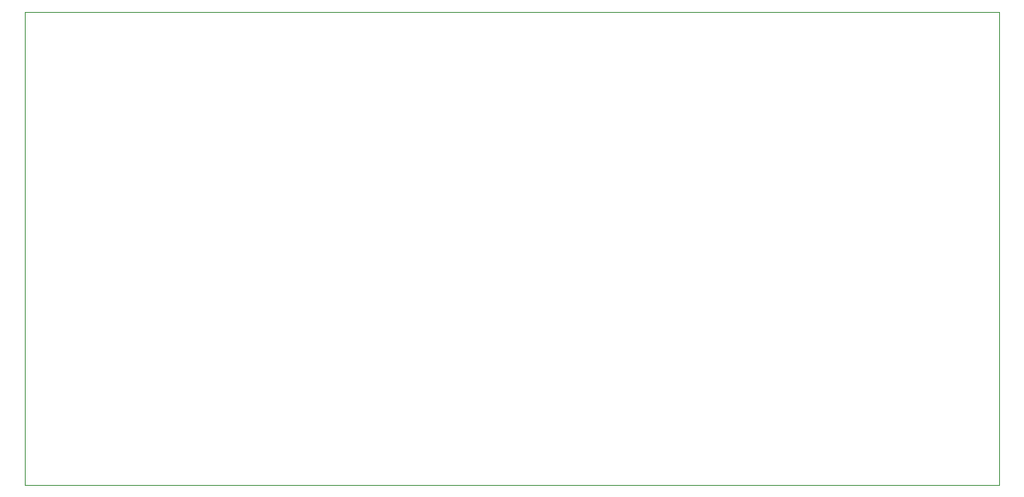
<source format=gbr>
%TF.GenerationSoftware,KiCad,Pcbnew,7.0.9*%
%TF.CreationDate,2024-01-24T14:37:03-05:00*%
%TF.ProjectId,FinalPcbLayout,46696e61-6c50-4636-924c-61796f75742e,rev?*%
%TF.SameCoordinates,Original*%
%TF.FileFunction,Profile,NP*%
%FSLAX46Y46*%
G04 Gerber Fmt 4.6, Leading zero omitted, Abs format (unit mm)*
G04 Created by KiCad (PCBNEW 7.0.9) date 2024-01-24 14:37:03*
%MOMM*%
%LPD*%
G01*
G04 APERTURE LIST*
%TA.AperFunction,Profile*%
%ADD10C,0.100000*%
%TD*%
G04 APERTURE END LIST*
D10*
X80080000Y-79100000D02*
X183070000Y-79100000D01*
X183070000Y-129090000D01*
X80080000Y-129090000D01*
X80080000Y-79100000D01*
M02*

</source>
